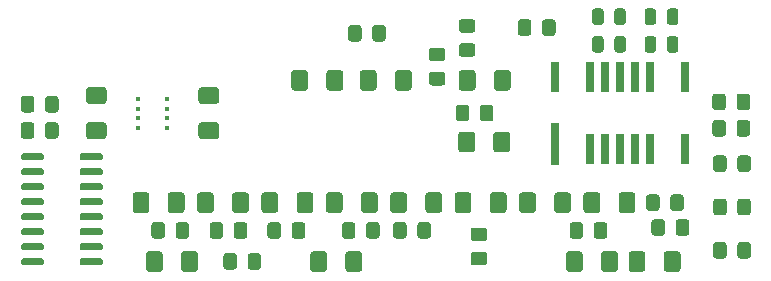
<source format=gbr>
G04 #@! TF.GenerationSoftware,KiCad,Pcbnew,(5.1.10-1-10_14)*
G04 #@! TF.CreationDate,2021-06-08T22:44:31-04:00*
G04 #@! TF.ProjectId,tr109-sensorboard,74723130-392d-4736-956e-736f72626f61,3*
G04 #@! TF.SameCoordinates,Original*
G04 #@! TF.FileFunction,Paste,Top*
G04 #@! TF.FilePolarity,Positive*
%FSLAX46Y46*%
G04 Gerber Fmt 4.6, Leading zero omitted, Abs format (unit mm)*
G04 Created by KiCad (PCBNEW (5.1.10-1-10_14)) date 2021-06-08 22:44:31*
%MOMM*%
%LPD*%
G01*
G04 APERTURE LIST*
%ADD10R,0.400000X0.400000*%
%ADD11R,0.800000X2.600000*%
%ADD12R,0.700000X2.600000*%
%ADD13R,0.800000X3.600000*%
G04 APERTURE END LIST*
D10*
X112249100Y-103724500D03*
X112249100Y-104524500D03*
X112249100Y-105324500D03*
X112249100Y-106124500D03*
X114649100Y-106124500D03*
X114649100Y-105324500D03*
X114649100Y-104524500D03*
X114649100Y-103724500D03*
G36*
G01*
X103440000Y-103699999D02*
X103440000Y-104600001D01*
G75*
G02*
X103190001Y-104850000I-249999J0D01*
G01*
X102539999Y-104850000D01*
G75*
G02*
X102290000Y-104600001I0J249999D01*
G01*
X102290000Y-103699999D01*
G75*
G02*
X102539999Y-103450000I249999J0D01*
G01*
X103190001Y-103450000D01*
G75*
G02*
X103440000Y-103699999I0J-249999D01*
G01*
G37*
G36*
G01*
X105490000Y-103699999D02*
X105490000Y-104600001D01*
G75*
G02*
X105240001Y-104850000I-249999J0D01*
G01*
X104589999Y-104850000D01*
G75*
G02*
X104340000Y-104600001I0J249999D01*
G01*
X104340000Y-103699999D01*
G75*
G02*
X104589999Y-103450000I249999J0D01*
G01*
X105240001Y-103450000D01*
G75*
G02*
X105490000Y-103699999I0J-249999D01*
G01*
G37*
G36*
G01*
X121490000Y-117910001D02*
X121490000Y-117009999D01*
G75*
G02*
X121739999Y-116760000I249999J0D01*
G01*
X122390001Y-116760000D01*
G75*
G02*
X122640000Y-117009999I0J-249999D01*
G01*
X122640000Y-117910001D01*
G75*
G02*
X122390001Y-118160000I-249999J0D01*
G01*
X121739999Y-118160000D01*
G75*
G02*
X121490000Y-117910001I0J249999D01*
G01*
G37*
G36*
G01*
X119440000Y-117910001D02*
X119440000Y-117009999D01*
G75*
G02*
X119689999Y-116760000I249999J0D01*
G01*
X120340001Y-116760000D01*
G75*
G02*
X120590000Y-117009999I0J-249999D01*
G01*
X120590000Y-117910001D01*
G75*
G02*
X120340001Y-118160000I-249999J0D01*
G01*
X119689999Y-118160000D01*
G75*
G02*
X119440000Y-117910001I0J249999D01*
G01*
G37*
G36*
G01*
X157739500Y-115029401D02*
X157739500Y-114129399D01*
G75*
G02*
X157989499Y-113879400I249999J0D01*
G01*
X158639501Y-113879400D01*
G75*
G02*
X158889500Y-114129399I0J-249999D01*
G01*
X158889500Y-115029401D01*
G75*
G02*
X158639501Y-115279400I-249999J0D01*
G01*
X157989499Y-115279400D01*
G75*
G02*
X157739500Y-115029401I0J249999D01*
G01*
G37*
G36*
G01*
X155689500Y-115029401D02*
X155689500Y-114129399D01*
G75*
G02*
X155939499Y-113879400I249999J0D01*
G01*
X156589501Y-113879400D01*
G75*
G02*
X156839500Y-114129399I0J-249999D01*
G01*
X156839500Y-115029401D01*
G75*
G02*
X156589501Y-115279400I-249999J0D01*
G01*
X155939499Y-115279400D01*
G75*
G02*
X155689500Y-115029401I0J249999D01*
G01*
G37*
G36*
G01*
X140531001Y-98089300D02*
X139630999Y-98089300D01*
G75*
G02*
X139381000Y-97839301I0J249999D01*
G01*
X139381000Y-97189299D01*
G75*
G02*
X139630999Y-96939300I249999J0D01*
G01*
X140531001Y-96939300D01*
G75*
G02*
X140781000Y-97189299I0J-249999D01*
G01*
X140781000Y-97839301D01*
G75*
G02*
X140531001Y-98089300I-249999J0D01*
G01*
G37*
G36*
G01*
X140531001Y-100139300D02*
X139630999Y-100139300D01*
G75*
G02*
X139381000Y-99889301I0J249999D01*
G01*
X139381000Y-99239299D01*
G75*
G02*
X139630999Y-98989300I249999J0D01*
G01*
X140531001Y-98989300D01*
G75*
G02*
X140781000Y-99239299I0J-249999D01*
G01*
X140781000Y-99889301D01*
G75*
G02*
X140531001Y-100139300I-249999J0D01*
G01*
G37*
G36*
G01*
X150805300Y-115296101D02*
X150805300Y-114396099D01*
G75*
G02*
X151055299Y-114146100I249999J0D01*
G01*
X151705301Y-114146100D01*
G75*
G02*
X151955300Y-114396099I0J-249999D01*
G01*
X151955300Y-115296101D01*
G75*
G02*
X151705301Y-115546100I-249999J0D01*
G01*
X151055299Y-115546100D01*
G75*
G02*
X150805300Y-115296101I0J249999D01*
G01*
G37*
G36*
G01*
X148755300Y-115296101D02*
X148755300Y-114396099D01*
G75*
G02*
X149005299Y-114146100I249999J0D01*
G01*
X149655301Y-114146100D01*
G75*
G02*
X149905300Y-114396099I0J-249999D01*
G01*
X149905300Y-115296101D01*
G75*
G02*
X149655301Y-115546100I-249999J0D01*
G01*
X149005299Y-115546100D01*
G75*
G02*
X148755300Y-115296101I0J249999D01*
G01*
G37*
G36*
G01*
X137991001Y-100515000D02*
X137090999Y-100515000D01*
G75*
G02*
X136841000Y-100265001I0J249999D01*
G01*
X136841000Y-99614999D01*
G75*
G02*
X137090999Y-99365000I249999J0D01*
G01*
X137991001Y-99365000D01*
G75*
G02*
X138241000Y-99614999I0J-249999D01*
G01*
X138241000Y-100265001D01*
G75*
G02*
X137991001Y-100515000I-249999J0D01*
G01*
G37*
G36*
G01*
X137991001Y-102565000D02*
X137090999Y-102565000D01*
G75*
G02*
X136841000Y-102315001I0J249999D01*
G01*
X136841000Y-101664999D01*
G75*
G02*
X137090999Y-101415000I249999J0D01*
G01*
X137991001Y-101415000D01*
G75*
G02*
X138241000Y-101664999I0J-249999D01*
G01*
X138241000Y-102315001D01*
G75*
G02*
X137991001Y-102565000I-249999J0D01*
G01*
G37*
G36*
G01*
X134970000Y-114383399D02*
X134970000Y-115283401D01*
G75*
G02*
X134720001Y-115533400I-249999J0D01*
G01*
X134069999Y-115533400D01*
G75*
G02*
X133820000Y-115283401I0J249999D01*
G01*
X133820000Y-114383399D01*
G75*
G02*
X134069999Y-114133400I249999J0D01*
G01*
X134720001Y-114133400D01*
G75*
G02*
X134970000Y-114383399I0J-249999D01*
G01*
G37*
G36*
G01*
X137020000Y-114383399D02*
X137020000Y-115283401D01*
G75*
G02*
X136770001Y-115533400I-249999J0D01*
G01*
X136119999Y-115533400D01*
G75*
G02*
X135870000Y-115283401I0J249999D01*
G01*
X135870000Y-114383399D01*
G75*
G02*
X136119999Y-114133400I249999J0D01*
G01*
X136770001Y-114133400D01*
G75*
G02*
X137020000Y-114383399I0J-249999D01*
G01*
G37*
G36*
G01*
X130626700Y-114383399D02*
X130626700Y-115283401D01*
G75*
G02*
X130376701Y-115533400I-249999J0D01*
G01*
X129726699Y-115533400D01*
G75*
G02*
X129476700Y-115283401I0J249999D01*
G01*
X129476700Y-114383399D01*
G75*
G02*
X129726699Y-114133400I249999J0D01*
G01*
X130376701Y-114133400D01*
G75*
G02*
X130626700Y-114383399I0J-249999D01*
G01*
G37*
G36*
G01*
X132676700Y-114383399D02*
X132676700Y-115283401D01*
G75*
G02*
X132426701Y-115533400I-249999J0D01*
G01*
X131776699Y-115533400D01*
G75*
G02*
X131526700Y-115283401I0J249999D01*
G01*
X131526700Y-114383399D01*
G75*
G02*
X131776699Y-114133400I249999J0D01*
G01*
X132426701Y-114133400D01*
G75*
G02*
X132676700Y-114383399I0J-249999D01*
G01*
G37*
G36*
G01*
X124327500Y-114383399D02*
X124327500Y-115283401D01*
G75*
G02*
X124077501Y-115533400I-249999J0D01*
G01*
X123427499Y-115533400D01*
G75*
G02*
X123177500Y-115283401I0J249999D01*
G01*
X123177500Y-114383399D01*
G75*
G02*
X123427499Y-114133400I249999J0D01*
G01*
X124077501Y-114133400D01*
G75*
G02*
X124327500Y-114383399I0J-249999D01*
G01*
G37*
G36*
G01*
X126377500Y-114383399D02*
X126377500Y-115283401D01*
G75*
G02*
X126127501Y-115533400I-249999J0D01*
G01*
X125477499Y-115533400D01*
G75*
G02*
X125227500Y-115283401I0J249999D01*
G01*
X125227500Y-114383399D01*
G75*
G02*
X125477499Y-114133400I249999J0D01*
G01*
X126127501Y-114133400D01*
G75*
G02*
X126377500Y-114383399I0J-249999D01*
G01*
G37*
G36*
G01*
X119425300Y-114383399D02*
X119425300Y-115283401D01*
G75*
G02*
X119175301Y-115533400I-249999J0D01*
G01*
X118525299Y-115533400D01*
G75*
G02*
X118275300Y-115283401I0J249999D01*
G01*
X118275300Y-114383399D01*
G75*
G02*
X118525299Y-114133400I249999J0D01*
G01*
X119175301Y-114133400D01*
G75*
G02*
X119425300Y-114383399I0J-249999D01*
G01*
G37*
G36*
G01*
X121475300Y-114383399D02*
X121475300Y-115283401D01*
G75*
G02*
X121225301Y-115533400I-249999J0D01*
G01*
X120575299Y-115533400D01*
G75*
G02*
X120325300Y-115283401I0J249999D01*
G01*
X120325300Y-114383399D01*
G75*
G02*
X120575299Y-114133400I249999J0D01*
G01*
X121225301Y-114133400D01*
G75*
G02*
X121475300Y-114383399I0J-249999D01*
G01*
G37*
G36*
G01*
X115400000Y-115283401D02*
X115400000Y-114383399D01*
G75*
G02*
X115649999Y-114133400I249999J0D01*
G01*
X116300001Y-114133400D01*
G75*
G02*
X116550000Y-114383399I0J-249999D01*
G01*
X116550000Y-115283401D01*
G75*
G02*
X116300001Y-115533400I-249999J0D01*
G01*
X115649999Y-115533400D01*
G75*
G02*
X115400000Y-115283401I0J249999D01*
G01*
G37*
G36*
G01*
X113350000Y-115283401D02*
X113350000Y-114383399D01*
G75*
G02*
X113599999Y-114133400I249999J0D01*
G01*
X114250001Y-114133400D01*
G75*
G02*
X114500000Y-114383399I0J-249999D01*
G01*
X114500000Y-115283401D01*
G75*
G02*
X114250001Y-115533400I-249999J0D01*
G01*
X113599999Y-115533400D01*
G75*
G02*
X113350000Y-115283401I0J249999D01*
G01*
G37*
G36*
G01*
X103440000Y-105919999D02*
X103440000Y-106820001D01*
G75*
G02*
X103190001Y-107070000I-249999J0D01*
G01*
X102539999Y-107070000D01*
G75*
G02*
X102290000Y-106820001I0J249999D01*
G01*
X102290000Y-105919999D01*
G75*
G02*
X102539999Y-105670000I249999J0D01*
G01*
X103190001Y-105670000D01*
G75*
G02*
X103440000Y-105919999I0J-249999D01*
G01*
G37*
G36*
G01*
X105490000Y-105919999D02*
X105490000Y-106820001D01*
G75*
G02*
X105240001Y-107070000I-249999J0D01*
G01*
X104589999Y-107070000D01*
G75*
G02*
X104340000Y-106820001I0J249999D01*
G01*
X104340000Y-105919999D01*
G75*
G02*
X104589999Y-105670000I249999J0D01*
G01*
X105240001Y-105670000D01*
G75*
G02*
X105490000Y-105919999I0J-249999D01*
G01*
G37*
G36*
G01*
X162896940Y-104399501D02*
X162896940Y-103499499D01*
G75*
G02*
X163146939Y-103249500I249999J0D01*
G01*
X163796941Y-103249500D01*
G75*
G02*
X164046940Y-103499499I0J-249999D01*
G01*
X164046940Y-104399501D01*
G75*
G02*
X163796941Y-104649500I-249999J0D01*
G01*
X163146939Y-104649500D01*
G75*
G02*
X162896940Y-104399501I0J249999D01*
G01*
G37*
G36*
G01*
X160846940Y-104399501D02*
X160846940Y-103499499D01*
G75*
G02*
X161096939Y-103249500I249999J0D01*
G01*
X161746941Y-103249500D01*
G75*
G02*
X161996940Y-103499499I0J-249999D01*
G01*
X161996940Y-104399501D01*
G75*
G02*
X161746941Y-104649500I-249999J0D01*
G01*
X161096939Y-104649500D01*
G75*
G02*
X160846940Y-104399501I0J249999D01*
G01*
G37*
G36*
G01*
X162896940Y-106634701D02*
X162896940Y-105734699D01*
G75*
G02*
X163146939Y-105484700I249999J0D01*
G01*
X163796941Y-105484700D01*
G75*
G02*
X164046940Y-105734699I0J-249999D01*
G01*
X164046940Y-106634701D01*
G75*
G02*
X163796941Y-106884700I-249999J0D01*
G01*
X163146939Y-106884700D01*
G75*
G02*
X162896940Y-106634701I0J249999D01*
G01*
G37*
G36*
G01*
X160846940Y-106634701D02*
X160846940Y-105734699D01*
G75*
G02*
X161096939Y-105484700I249999J0D01*
G01*
X161746941Y-105484700D01*
G75*
G02*
X161996940Y-105734699I0J-249999D01*
G01*
X161996940Y-106634701D01*
G75*
G02*
X161746941Y-106884700I-249999J0D01*
G01*
X161096939Y-106884700D01*
G75*
G02*
X160846940Y-106634701I0J249999D01*
G01*
G37*
G36*
G01*
X162959200Y-116972501D02*
X162959200Y-116072499D01*
G75*
G02*
X163209199Y-115822500I249999J0D01*
G01*
X163859201Y-115822500D01*
G75*
G02*
X164109200Y-116072499I0J-249999D01*
G01*
X164109200Y-116972501D01*
G75*
G02*
X163859201Y-117222500I-249999J0D01*
G01*
X163209199Y-117222500D01*
G75*
G02*
X162959200Y-116972501I0J249999D01*
G01*
G37*
G36*
G01*
X160909200Y-116972501D02*
X160909200Y-116072499D01*
G75*
G02*
X161159199Y-115822500I249999J0D01*
G01*
X161809201Y-115822500D01*
G75*
G02*
X162059200Y-116072499I0J-249999D01*
G01*
X162059200Y-116972501D01*
G75*
G02*
X161809201Y-117222500I-249999J0D01*
G01*
X161159199Y-117222500D01*
G75*
G02*
X160909200Y-116972501I0J249999D01*
G01*
G37*
G36*
G01*
X141521601Y-115741060D02*
X140621599Y-115741060D01*
G75*
G02*
X140371600Y-115491061I0J249999D01*
G01*
X140371600Y-114841059D01*
G75*
G02*
X140621599Y-114591060I249999J0D01*
G01*
X141521601Y-114591060D01*
G75*
G02*
X141771600Y-114841059I0J-249999D01*
G01*
X141771600Y-115491061D01*
G75*
G02*
X141521601Y-115741060I-249999J0D01*
G01*
G37*
G36*
G01*
X141521601Y-117791060D02*
X140621599Y-117791060D01*
G75*
G02*
X140371600Y-117541061I0J249999D01*
G01*
X140371600Y-116891059D01*
G75*
G02*
X140621599Y-116641060I249999J0D01*
G01*
X141521601Y-116641060D01*
G75*
G02*
X141771600Y-116891059I0J-249999D01*
G01*
X141771600Y-117541061D01*
G75*
G02*
X141521601Y-117791060I-249999J0D01*
G01*
G37*
G36*
G01*
X141166000Y-105352001D02*
X141166000Y-104451999D01*
G75*
G02*
X141415999Y-104202000I249999J0D01*
G01*
X142066001Y-104202000D01*
G75*
G02*
X142316000Y-104451999I0J-249999D01*
G01*
X142316000Y-105352001D01*
G75*
G02*
X142066001Y-105602000I-249999J0D01*
G01*
X141415999Y-105602000D01*
G75*
G02*
X141166000Y-105352001I0J249999D01*
G01*
G37*
G36*
G01*
X139116000Y-105352001D02*
X139116000Y-104451999D01*
G75*
G02*
X139365999Y-104202000I249999J0D01*
G01*
X140016001Y-104202000D01*
G75*
G02*
X140266000Y-104451999I0J-249999D01*
G01*
X140266000Y-105352001D01*
G75*
G02*
X140016001Y-105602000I-249999J0D01*
G01*
X139365999Y-105602000D01*
G75*
G02*
X139116000Y-105352001I0J249999D01*
G01*
G37*
G36*
G01*
X132047400Y-98595601D02*
X132047400Y-97695599D01*
G75*
G02*
X132297399Y-97445600I249999J0D01*
G01*
X132947401Y-97445600D01*
G75*
G02*
X133197400Y-97695599I0J-249999D01*
G01*
X133197400Y-98595601D01*
G75*
G02*
X132947401Y-98845600I-249999J0D01*
G01*
X132297399Y-98845600D01*
G75*
G02*
X132047400Y-98595601I0J249999D01*
G01*
G37*
G36*
G01*
X129997400Y-98595601D02*
X129997400Y-97695599D01*
G75*
G02*
X130247399Y-97445600I249999J0D01*
G01*
X130897401Y-97445600D01*
G75*
G02*
X131147400Y-97695599I0J-249999D01*
G01*
X131147400Y-98595601D01*
G75*
G02*
X130897401Y-98845600I-249999J0D01*
G01*
X130247399Y-98845600D01*
G75*
G02*
X129997400Y-98595601I0J249999D01*
G01*
G37*
G36*
G01*
X157282300Y-112933901D02*
X157282300Y-112033899D01*
G75*
G02*
X157532299Y-111783900I249999J0D01*
G01*
X158182301Y-111783900D01*
G75*
G02*
X158432300Y-112033899I0J-249999D01*
G01*
X158432300Y-112933901D01*
G75*
G02*
X158182301Y-113183900I-249999J0D01*
G01*
X157532299Y-113183900D01*
G75*
G02*
X157282300Y-112933901I0J249999D01*
G01*
G37*
G36*
G01*
X155232300Y-112933901D02*
X155232300Y-112033899D01*
G75*
G02*
X155482299Y-111783900I249999J0D01*
G01*
X156132301Y-111783900D01*
G75*
G02*
X156382300Y-112033899I0J-249999D01*
G01*
X156382300Y-112933901D01*
G75*
G02*
X156132301Y-113183900I-249999J0D01*
G01*
X155482299Y-113183900D01*
G75*
G02*
X155232300Y-112933901I0J249999D01*
G01*
G37*
G36*
G01*
X146423800Y-98113001D02*
X146423800Y-97212999D01*
G75*
G02*
X146673799Y-96963000I249999J0D01*
G01*
X147323801Y-96963000D01*
G75*
G02*
X147573800Y-97212999I0J-249999D01*
G01*
X147573800Y-98113001D01*
G75*
G02*
X147323801Y-98363000I-249999J0D01*
G01*
X146673799Y-98363000D01*
G75*
G02*
X146423800Y-98113001I0J249999D01*
G01*
G37*
G36*
G01*
X144373800Y-98113001D02*
X144373800Y-97212999D01*
G75*
G02*
X144623799Y-96963000I249999J0D01*
G01*
X145273801Y-96963000D01*
G75*
G02*
X145523800Y-97212999I0J-249999D01*
G01*
X145523800Y-98113001D01*
G75*
G02*
X145273801Y-98363000I-249999J0D01*
G01*
X144623799Y-98363000D01*
G75*
G02*
X144373800Y-98113001I0J249999D01*
G01*
G37*
G36*
G01*
X162959200Y-113302201D02*
X162959200Y-112402199D01*
G75*
G02*
X163209199Y-112152200I249999J0D01*
G01*
X163859201Y-112152200D01*
G75*
G02*
X164109200Y-112402199I0J-249999D01*
G01*
X164109200Y-113302201D01*
G75*
G02*
X163859201Y-113552200I-249999J0D01*
G01*
X163209199Y-113552200D01*
G75*
G02*
X162959200Y-113302201I0J249999D01*
G01*
G37*
G36*
G01*
X160909200Y-113302201D02*
X160909200Y-112402199D01*
G75*
G02*
X161159199Y-112152200I249999J0D01*
G01*
X161809201Y-112152200D01*
G75*
G02*
X162059200Y-112402199I0J-249999D01*
G01*
X162059200Y-113302201D01*
G75*
G02*
X161809201Y-113552200I-249999J0D01*
G01*
X161159199Y-113552200D01*
G75*
G02*
X160909200Y-113302201I0J249999D01*
G01*
G37*
G36*
G01*
X162959200Y-109631901D02*
X162959200Y-108731899D01*
G75*
G02*
X163209199Y-108481900I249999J0D01*
G01*
X163859201Y-108481900D01*
G75*
G02*
X164109200Y-108731899I0J-249999D01*
G01*
X164109200Y-109631901D01*
G75*
G02*
X163859201Y-109881900I-249999J0D01*
G01*
X163209199Y-109881900D01*
G75*
G02*
X162959200Y-109631901I0J249999D01*
G01*
G37*
G36*
G01*
X160909200Y-109631901D02*
X160909200Y-108731899D01*
G75*
G02*
X161159199Y-108481900I249999J0D01*
G01*
X161809201Y-108481900D01*
G75*
G02*
X162059200Y-108731899I0J-249999D01*
G01*
X162059200Y-109631901D01*
G75*
G02*
X161809201Y-109881900I-249999J0D01*
G01*
X161159199Y-109881900D01*
G75*
G02*
X160909200Y-109631901I0J249999D01*
G01*
G37*
G36*
G01*
X118836600Y-104127000D02*
X117586600Y-104127000D01*
G75*
G02*
X117336600Y-103877000I0J250000D01*
G01*
X117336600Y-102952000D01*
G75*
G02*
X117586600Y-102702000I250000J0D01*
G01*
X118836600Y-102702000D01*
G75*
G02*
X119086600Y-102952000I0J-250000D01*
G01*
X119086600Y-103877000D01*
G75*
G02*
X118836600Y-104127000I-250000J0D01*
G01*
G37*
G36*
G01*
X118836600Y-107102000D02*
X117586600Y-107102000D01*
G75*
G02*
X117336600Y-106852000I0J250000D01*
G01*
X117336600Y-105927000D01*
G75*
G02*
X117586600Y-105677000I250000J0D01*
G01*
X118836600Y-105677000D01*
G75*
G02*
X119086600Y-105927000I0J-250000D01*
G01*
X119086600Y-106852000D01*
G75*
G02*
X118836600Y-107102000I-250000J0D01*
G01*
G37*
G36*
G01*
X109311600Y-104127000D02*
X108061600Y-104127000D01*
G75*
G02*
X107811600Y-103877000I0J250000D01*
G01*
X107811600Y-102952000D01*
G75*
G02*
X108061600Y-102702000I250000J0D01*
G01*
X109311600Y-102702000D01*
G75*
G02*
X109561600Y-102952000I0J-250000D01*
G01*
X109561600Y-103877000D01*
G75*
G02*
X109311600Y-104127000I-250000J0D01*
G01*
G37*
G36*
G01*
X109311600Y-107102000D02*
X108061600Y-107102000D01*
G75*
G02*
X107811600Y-106852000I0J250000D01*
G01*
X107811600Y-105927000D01*
G75*
G02*
X108061600Y-105677000I250000J0D01*
G01*
X109311600Y-105677000D01*
G75*
G02*
X109561600Y-105927000I0J-250000D01*
G01*
X109561600Y-106852000D01*
G75*
G02*
X109311600Y-107102000I-250000J0D01*
G01*
G37*
G36*
G01*
X107265600Y-108760400D02*
X107265600Y-108460400D01*
G75*
G02*
X107415600Y-108310400I150000J0D01*
G01*
X109065600Y-108310400D01*
G75*
G02*
X109215600Y-108460400I0J-150000D01*
G01*
X109215600Y-108760400D01*
G75*
G02*
X109065600Y-108910400I-150000J0D01*
G01*
X107415600Y-108910400D01*
G75*
G02*
X107265600Y-108760400I0J150000D01*
G01*
G37*
G36*
G01*
X107265600Y-110030400D02*
X107265600Y-109730400D01*
G75*
G02*
X107415600Y-109580400I150000J0D01*
G01*
X109065600Y-109580400D01*
G75*
G02*
X109215600Y-109730400I0J-150000D01*
G01*
X109215600Y-110030400D01*
G75*
G02*
X109065600Y-110180400I-150000J0D01*
G01*
X107415600Y-110180400D01*
G75*
G02*
X107265600Y-110030400I0J150000D01*
G01*
G37*
G36*
G01*
X107265600Y-111300400D02*
X107265600Y-111000400D01*
G75*
G02*
X107415600Y-110850400I150000J0D01*
G01*
X109065600Y-110850400D01*
G75*
G02*
X109215600Y-111000400I0J-150000D01*
G01*
X109215600Y-111300400D01*
G75*
G02*
X109065600Y-111450400I-150000J0D01*
G01*
X107415600Y-111450400D01*
G75*
G02*
X107265600Y-111300400I0J150000D01*
G01*
G37*
G36*
G01*
X107265600Y-112570400D02*
X107265600Y-112270400D01*
G75*
G02*
X107415600Y-112120400I150000J0D01*
G01*
X109065600Y-112120400D01*
G75*
G02*
X109215600Y-112270400I0J-150000D01*
G01*
X109215600Y-112570400D01*
G75*
G02*
X109065600Y-112720400I-150000J0D01*
G01*
X107415600Y-112720400D01*
G75*
G02*
X107265600Y-112570400I0J150000D01*
G01*
G37*
G36*
G01*
X107265600Y-113840400D02*
X107265600Y-113540400D01*
G75*
G02*
X107415600Y-113390400I150000J0D01*
G01*
X109065600Y-113390400D01*
G75*
G02*
X109215600Y-113540400I0J-150000D01*
G01*
X109215600Y-113840400D01*
G75*
G02*
X109065600Y-113990400I-150000J0D01*
G01*
X107415600Y-113990400D01*
G75*
G02*
X107265600Y-113840400I0J150000D01*
G01*
G37*
G36*
G01*
X107265600Y-115110400D02*
X107265600Y-114810400D01*
G75*
G02*
X107415600Y-114660400I150000J0D01*
G01*
X109065600Y-114660400D01*
G75*
G02*
X109215600Y-114810400I0J-150000D01*
G01*
X109215600Y-115110400D01*
G75*
G02*
X109065600Y-115260400I-150000J0D01*
G01*
X107415600Y-115260400D01*
G75*
G02*
X107265600Y-115110400I0J150000D01*
G01*
G37*
G36*
G01*
X107265600Y-116380400D02*
X107265600Y-116080400D01*
G75*
G02*
X107415600Y-115930400I150000J0D01*
G01*
X109065600Y-115930400D01*
G75*
G02*
X109215600Y-116080400I0J-150000D01*
G01*
X109215600Y-116380400D01*
G75*
G02*
X109065600Y-116530400I-150000J0D01*
G01*
X107415600Y-116530400D01*
G75*
G02*
X107265600Y-116380400I0J150000D01*
G01*
G37*
G36*
G01*
X107265600Y-117650400D02*
X107265600Y-117350400D01*
G75*
G02*
X107415600Y-117200400I150000J0D01*
G01*
X109065600Y-117200400D01*
G75*
G02*
X109215600Y-117350400I0J-150000D01*
G01*
X109215600Y-117650400D01*
G75*
G02*
X109065600Y-117800400I-150000J0D01*
G01*
X107415600Y-117800400D01*
G75*
G02*
X107265600Y-117650400I0J150000D01*
G01*
G37*
G36*
G01*
X102315600Y-117650400D02*
X102315600Y-117350400D01*
G75*
G02*
X102465600Y-117200400I150000J0D01*
G01*
X104115600Y-117200400D01*
G75*
G02*
X104265600Y-117350400I0J-150000D01*
G01*
X104265600Y-117650400D01*
G75*
G02*
X104115600Y-117800400I-150000J0D01*
G01*
X102465600Y-117800400D01*
G75*
G02*
X102315600Y-117650400I0J150000D01*
G01*
G37*
G36*
G01*
X102315600Y-116380400D02*
X102315600Y-116080400D01*
G75*
G02*
X102465600Y-115930400I150000J0D01*
G01*
X104115600Y-115930400D01*
G75*
G02*
X104265600Y-116080400I0J-150000D01*
G01*
X104265600Y-116380400D01*
G75*
G02*
X104115600Y-116530400I-150000J0D01*
G01*
X102465600Y-116530400D01*
G75*
G02*
X102315600Y-116380400I0J150000D01*
G01*
G37*
G36*
G01*
X102315600Y-115110400D02*
X102315600Y-114810400D01*
G75*
G02*
X102465600Y-114660400I150000J0D01*
G01*
X104115600Y-114660400D01*
G75*
G02*
X104265600Y-114810400I0J-150000D01*
G01*
X104265600Y-115110400D01*
G75*
G02*
X104115600Y-115260400I-150000J0D01*
G01*
X102465600Y-115260400D01*
G75*
G02*
X102315600Y-115110400I0J150000D01*
G01*
G37*
G36*
G01*
X102315600Y-113840400D02*
X102315600Y-113540400D01*
G75*
G02*
X102465600Y-113390400I150000J0D01*
G01*
X104115600Y-113390400D01*
G75*
G02*
X104265600Y-113540400I0J-150000D01*
G01*
X104265600Y-113840400D01*
G75*
G02*
X104115600Y-113990400I-150000J0D01*
G01*
X102465600Y-113990400D01*
G75*
G02*
X102315600Y-113840400I0J150000D01*
G01*
G37*
G36*
G01*
X102315600Y-112570400D02*
X102315600Y-112270400D01*
G75*
G02*
X102465600Y-112120400I150000J0D01*
G01*
X104115600Y-112120400D01*
G75*
G02*
X104265600Y-112270400I0J-150000D01*
G01*
X104265600Y-112570400D01*
G75*
G02*
X104115600Y-112720400I-150000J0D01*
G01*
X102465600Y-112720400D01*
G75*
G02*
X102315600Y-112570400I0J150000D01*
G01*
G37*
G36*
G01*
X102315600Y-111300400D02*
X102315600Y-111000400D01*
G75*
G02*
X102465600Y-110850400I150000J0D01*
G01*
X104115600Y-110850400D01*
G75*
G02*
X104265600Y-111000400I0J-150000D01*
G01*
X104265600Y-111300400D01*
G75*
G02*
X104115600Y-111450400I-150000J0D01*
G01*
X102465600Y-111450400D01*
G75*
G02*
X102315600Y-111300400I0J150000D01*
G01*
G37*
G36*
G01*
X102315600Y-110030400D02*
X102315600Y-109730400D01*
G75*
G02*
X102465600Y-109580400I150000J0D01*
G01*
X104115600Y-109580400D01*
G75*
G02*
X104265600Y-109730400I0J-150000D01*
G01*
X104265600Y-110030400D01*
G75*
G02*
X104115600Y-110180400I-150000J0D01*
G01*
X102465600Y-110180400D01*
G75*
G02*
X102315600Y-110030400I0J150000D01*
G01*
G37*
G36*
G01*
X102315600Y-108760400D02*
X102315600Y-108460400D01*
G75*
G02*
X102465600Y-108310400I150000J0D01*
G01*
X104115600Y-108310400D01*
G75*
G02*
X104265600Y-108460400I0J-150000D01*
G01*
X104265600Y-108760400D01*
G75*
G02*
X104115600Y-108910400I-150000J0D01*
G01*
X102465600Y-108910400D01*
G75*
G02*
X102315600Y-108760400I0J150000D01*
G01*
G37*
G36*
G01*
X151645200Y-96282190D02*
X151645200Y-97194690D01*
G75*
G02*
X151401450Y-97438440I-243750J0D01*
G01*
X150913950Y-97438440D01*
G75*
G02*
X150670200Y-97194690I0J243750D01*
G01*
X150670200Y-96282190D01*
G75*
G02*
X150913950Y-96038440I243750J0D01*
G01*
X151401450Y-96038440D01*
G75*
G02*
X151645200Y-96282190I0J-243750D01*
G01*
G37*
G36*
G01*
X153520200Y-96282190D02*
X153520200Y-97194690D01*
G75*
G02*
X153276450Y-97438440I-243750J0D01*
G01*
X152788950Y-97438440D01*
G75*
G02*
X152545200Y-97194690I0J243750D01*
G01*
X152545200Y-96282190D01*
G75*
G02*
X152788950Y-96038440I243750J0D01*
G01*
X153276450Y-96038440D01*
G75*
G02*
X153520200Y-96282190I0J-243750D01*
G01*
G37*
G36*
G01*
X155178460Y-116847460D02*
X155178460Y-118097460D01*
G75*
G02*
X154928460Y-118347460I-250000J0D01*
G01*
X154003460Y-118347460D01*
G75*
G02*
X153753460Y-118097460I0J250000D01*
G01*
X153753460Y-116847460D01*
G75*
G02*
X154003460Y-116597460I250000J0D01*
G01*
X154928460Y-116597460D01*
G75*
G02*
X155178460Y-116847460I0J-250000D01*
G01*
G37*
G36*
G01*
X158153460Y-116847460D02*
X158153460Y-118097460D01*
G75*
G02*
X157903460Y-118347460I-250000J0D01*
G01*
X156978460Y-118347460D01*
G75*
G02*
X156728460Y-118097460I0J250000D01*
G01*
X156728460Y-116847460D01*
G75*
G02*
X156978460Y-116597460I250000J0D01*
G01*
X157903460Y-116597460D01*
G75*
G02*
X158153460Y-116847460I0J-250000D01*
G01*
G37*
G36*
G01*
X151427480Y-118097460D02*
X151427480Y-116847460D01*
G75*
G02*
X151677480Y-116597460I250000J0D01*
G01*
X152602480Y-116597460D01*
G75*
G02*
X152852480Y-116847460I0J-250000D01*
G01*
X152852480Y-118097460D01*
G75*
G02*
X152602480Y-118347460I-250000J0D01*
G01*
X151677480Y-118347460D01*
G75*
G02*
X151427480Y-118097460I0J250000D01*
G01*
G37*
G36*
G01*
X148452480Y-118097460D02*
X148452480Y-116847460D01*
G75*
G02*
X148702480Y-116597460I250000J0D01*
G01*
X149627480Y-116597460D01*
G75*
G02*
X149877480Y-116847460I0J-250000D01*
G01*
X149877480Y-118097460D01*
G75*
G02*
X149627480Y-118347460I-250000J0D01*
G01*
X148702480Y-118347460D01*
G75*
G02*
X148452480Y-118097460I0J250000D01*
G01*
G37*
G36*
G01*
X151358300Y-111858900D02*
X151358300Y-113108900D01*
G75*
G02*
X151108300Y-113358900I-250000J0D01*
G01*
X150183300Y-113358900D01*
G75*
G02*
X149933300Y-113108900I0J250000D01*
G01*
X149933300Y-111858900D01*
G75*
G02*
X150183300Y-111608900I250000J0D01*
G01*
X151108300Y-111608900D01*
G75*
G02*
X151358300Y-111858900I0J-250000D01*
G01*
G37*
G36*
G01*
X154333300Y-111858900D02*
X154333300Y-113108900D01*
G75*
G02*
X154083300Y-113358900I-250000J0D01*
G01*
X153158300Y-113358900D01*
G75*
G02*
X152908300Y-113108900I0J250000D01*
G01*
X152908300Y-111858900D01*
G75*
G02*
X153158300Y-111608900I250000J0D01*
G01*
X154083300Y-111608900D01*
G75*
G02*
X154333300Y-111858900I0J-250000D01*
G01*
G37*
G36*
G01*
X145904552Y-111858900D02*
X145904552Y-113108900D01*
G75*
G02*
X145654552Y-113358900I-250000J0D01*
G01*
X144729552Y-113358900D01*
G75*
G02*
X144479552Y-113108900I0J250000D01*
G01*
X144479552Y-111858900D01*
G75*
G02*
X144729552Y-111608900I250000J0D01*
G01*
X145654552Y-111608900D01*
G75*
G02*
X145904552Y-111858900I0J-250000D01*
G01*
G37*
G36*
G01*
X148879552Y-111858900D02*
X148879552Y-113108900D01*
G75*
G02*
X148629552Y-113358900I-250000J0D01*
G01*
X147704552Y-113358900D01*
G75*
G02*
X147454552Y-113108900I0J250000D01*
G01*
X147454552Y-111858900D01*
G75*
G02*
X147704552Y-111608900I250000J0D01*
G01*
X148629552Y-111608900D01*
G75*
G02*
X148879552Y-111858900I0J-250000D01*
G01*
G37*
G36*
G01*
X140450810Y-111858900D02*
X140450810Y-113108900D01*
G75*
G02*
X140200810Y-113358900I-250000J0D01*
G01*
X139275810Y-113358900D01*
G75*
G02*
X139025810Y-113108900I0J250000D01*
G01*
X139025810Y-111858900D01*
G75*
G02*
X139275810Y-111608900I250000J0D01*
G01*
X140200810Y-111608900D01*
G75*
G02*
X140450810Y-111858900I0J-250000D01*
G01*
G37*
G36*
G01*
X143425810Y-111858900D02*
X143425810Y-113108900D01*
G75*
G02*
X143175810Y-113358900I-250000J0D01*
G01*
X142250810Y-113358900D01*
G75*
G02*
X142000810Y-113108900I0J250000D01*
G01*
X142000810Y-111858900D01*
G75*
G02*
X142250810Y-111608900I250000J0D01*
G01*
X143175810Y-111608900D01*
G75*
G02*
X143425810Y-111858900I0J-250000D01*
G01*
G37*
G36*
G01*
X134997068Y-111858900D02*
X134997068Y-113108900D01*
G75*
G02*
X134747068Y-113358900I-250000J0D01*
G01*
X133822068Y-113358900D01*
G75*
G02*
X133572068Y-113108900I0J250000D01*
G01*
X133572068Y-111858900D01*
G75*
G02*
X133822068Y-111608900I250000J0D01*
G01*
X134747068Y-111608900D01*
G75*
G02*
X134997068Y-111858900I0J-250000D01*
G01*
G37*
G36*
G01*
X137972068Y-111858900D02*
X137972068Y-113108900D01*
G75*
G02*
X137722068Y-113358900I-250000J0D01*
G01*
X136797068Y-113358900D01*
G75*
G02*
X136547068Y-113108900I0J250000D01*
G01*
X136547068Y-111858900D01*
G75*
G02*
X136797068Y-111608900I250000J0D01*
G01*
X137722068Y-111608900D01*
G75*
G02*
X137972068Y-111858900I0J-250000D01*
G01*
G37*
G36*
G01*
X129543326Y-111858900D02*
X129543326Y-113108900D01*
G75*
G02*
X129293326Y-113358900I-250000J0D01*
G01*
X128368326Y-113358900D01*
G75*
G02*
X128118326Y-113108900I0J250000D01*
G01*
X128118326Y-111858900D01*
G75*
G02*
X128368326Y-111608900I250000J0D01*
G01*
X129293326Y-111608900D01*
G75*
G02*
X129543326Y-111858900I0J-250000D01*
G01*
G37*
G36*
G01*
X132518326Y-111858900D02*
X132518326Y-113108900D01*
G75*
G02*
X132268326Y-113358900I-250000J0D01*
G01*
X131343326Y-113358900D01*
G75*
G02*
X131093326Y-113108900I0J250000D01*
G01*
X131093326Y-111858900D01*
G75*
G02*
X131343326Y-111608900I250000J0D01*
G01*
X132268326Y-111608900D01*
G75*
G02*
X132518326Y-111858900I0J-250000D01*
G01*
G37*
G36*
G01*
X124089584Y-111858900D02*
X124089584Y-113108900D01*
G75*
G02*
X123839584Y-113358900I-250000J0D01*
G01*
X122914584Y-113358900D01*
G75*
G02*
X122664584Y-113108900I0J250000D01*
G01*
X122664584Y-111858900D01*
G75*
G02*
X122914584Y-111608900I250000J0D01*
G01*
X123839584Y-111608900D01*
G75*
G02*
X124089584Y-111858900I0J-250000D01*
G01*
G37*
G36*
G01*
X127064584Y-111858900D02*
X127064584Y-113108900D01*
G75*
G02*
X126814584Y-113358900I-250000J0D01*
G01*
X125889584Y-113358900D01*
G75*
G02*
X125639584Y-113108900I0J250000D01*
G01*
X125639584Y-111858900D01*
G75*
G02*
X125889584Y-111608900I250000J0D01*
G01*
X126814584Y-111608900D01*
G75*
G02*
X127064584Y-111858900I0J-250000D01*
G01*
G37*
G36*
G01*
X118635842Y-111858900D02*
X118635842Y-113108900D01*
G75*
G02*
X118385842Y-113358900I-250000J0D01*
G01*
X117460842Y-113358900D01*
G75*
G02*
X117210842Y-113108900I0J250000D01*
G01*
X117210842Y-111858900D01*
G75*
G02*
X117460842Y-111608900I250000J0D01*
G01*
X118385842Y-111608900D01*
G75*
G02*
X118635842Y-111858900I0J-250000D01*
G01*
G37*
G36*
G01*
X121610842Y-111858900D02*
X121610842Y-113108900D01*
G75*
G02*
X121360842Y-113358900I-250000J0D01*
G01*
X120435842Y-113358900D01*
G75*
G02*
X120185842Y-113108900I0J250000D01*
G01*
X120185842Y-111858900D01*
G75*
G02*
X120435842Y-111608900I250000J0D01*
G01*
X121360842Y-111608900D01*
G75*
G02*
X121610842Y-111858900I0J-250000D01*
G01*
G37*
G36*
G01*
X113182100Y-111858900D02*
X113182100Y-113108900D01*
G75*
G02*
X112932100Y-113358900I-250000J0D01*
G01*
X112007100Y-113358900D01*
G75*
G02*
X111757100Y-113108900I0J250000D01*
G01*
X111757100Y-111858900D01*
G75*
G02*
X112007100Y-111608900I250000J0D01*
G01*
X112932100Y-111608900D01*
G75*
G02*
X113182100Y-111858900I0J-250000D01*
G01*
G37*
G36*
G01*
X116157100Y-111858900D02*
X116157100Y-113108900D01*
G75*
G02*
X115907100Y-113358900I-250000J0D01*
G01*
X114982100Y-113358900D01*
G75*
G02*
X114732100Y-113108900I0J250000D01*
G01*
X114732100Y-111858900D01*
G75*
G02*
X114982100Y-111608900I250000J0D01*
G01*
X115907100Y-111608900D01*
G75*
G02*
X116157100Y-111858900I0J-250000D01*
G01*
G37*
G36*
G01*
X128223980Y-116847460D02*
X128223980Y-118097460D01*
G75*
G02*
X127973980Y-118347460I-250000J0D01*
G01*
X127048980Y-118347460D01*
G75*
G02*
X126798980Y-118097460I0J250000D01*
G01*
X126798980Y-116847460D01*
G75*
G02*
X127048980Y-116597460I250000J0D01*
G01*
X127973980Y-116597460D01*
G75*
G02*
X128223980Y-116847460I0J-250000D01*
G01*
G37*
G36*
G01*
X131198980Y-116847460D02*
X131198980Y-118097460D01*
G75*
G02*
X130948980Y-118347460I-250000J0D01*
G01*
X130023980Y-118347460D01*
G75*
G02*
X129773980Y-118097460I0J250000D01*
G01*
X129773980Y-116847460D01*
G75*
G02*
X130023980Y-116597460I250000J0D01*
G01*
X130948980Y-116597460D01*
G75*
G02*
X131198980Y-116847460I0J-250000D01*
G01*
G37*
G36*
G01*
X114317480Y-116847460D02*
X114317480Y-118097460D01*
G75*
G02*
X114067480Y-118347460I-250000J0D01*
G01*
X113142480Y-118347460D01*
G75*
G02*
X112892480Y-118097460I0J250000D01*
G01*
X112892480Y-116847460D01*
G75*
G02*
X113142480Y-116597460I250000J0D01*
G01*
X114067480Y-116597460D01*
G75*
G02*
X114317480Y-116847460I0J-250000D01*
G01*
G37*
G36*
G01*
X117292480Y-116847460D02*
X117292480Y-118097460D01*
G75*
G02*
X117042480Y-118347460I-250000J0D01*
G01*
X116117480Y-118347460D01*
G75*
G02*
X115867480Y-118097460I0J250000D01*
G01*
X115867480Y-116847460D01*
G75*
G02*
X116117480Y-116597460I250000J0D01*
G01*
X117042480Y-116597460D01*
G75*
G02*
X117292480Y-116847460I0J-250000D01*
G01*
G37*
G36*
G01*
X142306340Y-107983180D02*
X142306340Y-106733180D01*
G75*
G02*
X142556340Y-106483180I250000J0D01*
G01*
X143481340Y-106483180D01*
G75*
G02*
X143731340Y-106733180I0J-250000D01*
G01*
X143731340Y-107983180D01*
G75*
G02*
X143481340Y-108233180I-250000J0D01*
G01*
X142556340Y-108233180D01*
G75*
G02*
X142306340Y-107983180I0J250000D01*
G01*
G37*
G36*
G01*
X139331340Y-107983180D02*
X139331340Y-106733180D01*
G75*
G02*
X139581340Y-106483180I250000J0D01*
G01*
X140506340Y-106483180D01*
G75*
G02*
X140756340Y-106733180I0J-250000D01*
G01*
X140756340Y-107983180D01*
G75*
G02*
X140506340Y-108233180I-250000J0D01*
G01*
X139581340Y-108233180D01*
G75*
G02*
X139331340Y-107983180I0J250000D01*
G01*
G37*
G36*
G01*
X142351120Y-102758400D02*
X142351120Y-101508400D01*
G75*
G02*
X142601120Y-101258400I250000J0D01*
G01*
X143526120Y-101258400D01*
G75*
G02*
X143776120Y-101508400I0J-250000D01*
G01*
X143776120Y-102758400D01*
G75*
G02*
X143526120Y-103008400I-250000J0D01*
G01*
X142601120Y-103008400D01*
G75*
G02*
X142351120Y-102758400I0J250000D01*
G01*
G37*
G36*
G01*
X139376120Y-102758400D02*
X139376120Y-101508400D01*
G75*
G02*
X139626120Y-101258400I250000J0D01*
G01*
X140551120Y-101258400D01*
G75*
G02*
X140801120Y-101508400I0J-250000D01*
G01*
X140801120Y-102758400D01*
G75*
G02*
X140551120Y-103008400I-250000J0D01*
G01*
X139626120Y-103008400D01*
G75*
G02*
X139376120Y-102758400I0J250000D01*
G01*
G37*
G36*
G01*
X132422600Y-101508400D02*
X132422600Y-102758400D01*
G75*
G02*
X132172600Y-103008400I-250000J0D01*
G01*
X131247600Y-103008400D01*
G75*
G02*
X130997600Y-102758400I0J250000D01*
G01*
X130997600Y-101508400D01*
G75*
G02*
X131247600Y-101258400I250000J0D01*
G01*
X132172600Y-101258400D01*
G75*
G02*
X132422600Y-101508400I0J-250000D01*
G01*
G37*
G36*
G01*
X135397600Y-101508400D02*
X135397600Y-102758400D01*
G75*
G02*
X135147600Y-103008400I-250000J0D01*
G01*
X134222600Y-103008400D01*
G75*
G02*
X133972600Y-102758400I0J250000D01*
G01*
X133972600Y-101508400D01*
G75*
G02*
X134222600Y-101258400I250000J0D01*
G01*
X135147600Y-101258400D01*
G75*
G02*
X135397600Y-101508400I0J-250000D01*
G01*
G37*
G36*
G01*
X126618700Y-101508400D02*
X126618700Y-102758400D01*
G75*
G02*
X126368700Y-103008400I-250000J0D01*
G01*
X125443700Y-103008400D01*
G75*
G02*
X125193700Y-102758400I0J250000D01*
G01*
X125193700Y-101508400D01*
G75*
G02*
X125443700Y-101258400I250000J0D01*
G01*
X126368700Y-101258400D01*
G75*
G02*
X126618700Y-101508400I0J-250000D01*
G01*
G37*
G36*
G01*
X129593700Y-101508400D02*
X129593700Y-102758400D01*
G75*
G02*
X129343700Y-103008400I-250000J0D01*
G01*
X128418700Y-103008400D01*
G75*
G02*
X128168700Y-102758400I0J250000D01*
G01*
X128168700Y-101508400D01*
G75*
G02*
X128418700Y-101258400I250000J0D01*
G01*
X129343700Y-101258400D01*
G75*
G02*
X129593700Y-101508400I0J-250000D01*
G01*
G37*
G36*
G01*
X151645200Y-98629150D02*
X151645200Y-99541650D01*
G75*
G02*
X151401450Y-99785400I-243750J0D01*
G01*
X150913950Y-99785400D01*
G75*
G02*
X150670200Y-99541650I0J243750D01*
G01*
X150670200Y-98629150D01*
G75*
G02*
X150913950Y-98385400I243750J0D01*
G01*
X151401450Y-98385400D01*
G75*
G02*
X151645200Y-98629150I0J-243750D01*
G01*
G37*
G36*
G01*
X153520200Y-98629150D02*
X153520200Y-99541650D01*
G75*
G02*
X153276450Y-99785400I-243750J0D01*
G01*
X152788950Y-99785400D01*
G75*
G02*
X152545200Y-99541650I0J243750D01*
G01*
X152545200Y-98629150D01*
G75*
G02*
X152788950Y-98385400I243750J0D01*
G01*
X153276450Y-98385400D01*
G75*
G02*
X153520200Y-98629150I0J-243750D01*
G01*
G37*
G36*
G01*
X156090200Y-98629150D02*
X156090200Y-99541650D01*
G75*
G02*
X155846450Y-99785400I-243750J0D01*
G01*
X155358950Y-99785400D01*
G75*
G02*
X155115200Y-99541650I0J243750D01*
G01*
X155115200Y-98629150D01*
G75*
G02*
X155358950Y-98385400I243750J0D01*
G01*
X155846450Y-98385400D01*
G75*
G02*
X156090200Y-98629150I0J-243750D01*
G01*
G37*
G36*
G01*
X157965200Y-98629150D02*
X157965200Y-99541650D01*
G75*
G02*
X157721450Y-99785400I-243750J0D01*
G01*
X157233950Y-99785400D01*
G75*
G02*
X156990200Y-99541650I0J243750D01*
G01*
X156990200Y-98629150D01*
G75*
G02*
X157233950Y-98385400I243750J0D01*
G01*
X157721450Y-98385400D01*
G75*
G02*
X157965200Y-98629150I0J-243750D01*
G01*
G37*
G36*
G01*
X156090200Y-96282190D02*
X156090200Y-97194690D01*
G75*
G02*
X155846450Y-97438440I-243750J0D01*
G01*
X155358950Y-97438440D01*
G75*
G02*
X155115200Y-97194690I0J243750D01*
G01*
X155115200Y-96282190D01*
G75*
G02*
X155358950Y-96038440I243750J0D01*
G01*
X155846450Y-96038440D01*
G75*
G02*
X156090200Y-96282190I0J-243750D01*
G01*
G37*
G36*
G01*
X157965200Y-96282190D02*
X157965200Y-97194690D01*
G75*
G02*
X157721450Y-97438440I-243750J0D01*
G01*
X157233950Y-97438440D01*
G75*
G02*
X156990200Y-97194690I0J243750D01*
G01*
X156990200Y-96282190D01*
G75*
G02*
X157233950Y-96038440I243750J0D01*
G01*
X157721450Y-96038440D01*
G75*
G02*
X157965200Y-96282190I0J-243750D01*
G01*
G37*
D11*
X147509600Y-101877400D03*
D12*
X150469600Y-101877400D03*
X151739600Y-101877400D03*
X153009600Y-101877400D03*
X154279600Y-101877400D03*
X155549600Y-101877400D03*
D11*
X158509600Y-101877400D03*
X158509600Y-107977400D03*
D12*
X155549600Y-107977400D03*
X154279600Y-107977400D03*
X153009600Y-107977400D03*
X151739600Y-107977400D03*
X150469600Y-107977400D03*
D13*
X147509600Y-107477400D03*
M02*

</source>
